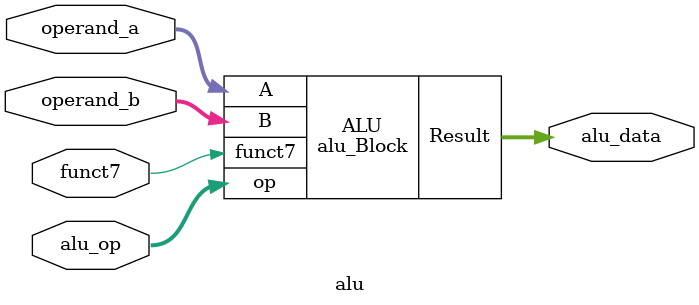
<source format=sv>
`timescale 1ns/1ps

module FullAdder (
    input logic A,
    input logic B,
    input logic Z,
    output logic S,
    output logic Cout
);
    assign S = A ^ B ^ Z;
    assign Cout = (A & B) | (Z & (A ^ B));
endmodule

module Adder (
    input logic [31:0] A,
    input logic [31:0] B,
    input logic C_in,
    output logic [31:0] Sum,
	 output logic C
);
    logic [32:0] carry;
    assign carry[0] = C_in;

    generate
        genvar i;
        for (i = 0; i < 32; i = i + 1) begin : adder_loop
            FullAdder full_adder (
                .A(A[i]),
                .B(B[i]),
                .Z(carry[i]),
                .S(Sum[i]),
                .Cout(carry[i+1])
            );
        end
    endgenerate
	
endmodule

module AddSub (
    input logic [31:0] A,
    input logic [31:0] B,
    input logic sel,
    output logic [31:0] D0
);
    logic [31:0] B_mux;
    assign B_mux = sel ? ~B : B;

    Adder adder_inst (
        .A(A),
        .B(B_mux),
        .C_in(sel),
        .Sum(D0)
    );
endmodule
module shift_left (
    input logic [31:0] A,
    input logic [4:0] B,
    output logic [31:0] S
);
    assign S = A << B;
endmodule

module SLL (
    input logic [31:0] A,
    input logic [4:0] B,
    output logic [31:0] D1
);
    
    shift_left block (
        .A(A),
        .B(B),
        .S(D1)
    );   
endmodule

module Complement_2 (
    input logic [31:0] A,
    input logic [31:0] B,
    output logic [31:0] A1,
    output logic [31:0] B1
);
    assign A1 = ~A + 32'b1;
    assign B1 = ~B + 32'b1;
endmodule

module SLT (
    input logic [31:0] A,
    input logic [31:0] B,
    output logic [31:0] D2
);
    logic [31:0] A1, B1;
    
    Complement_2 A1_B1 (
        .A(A),
        .B(B),
        .A1(A1),
        .B1(B1)
    );

    logic [1:0] AB;
    assign AB = {A[31], B[31]};

    always_comb begin
        case (AB)
            2'b00: D2 = (A < B) ? 32'b1 : 32'b0; 
            2'b01: D2 = 32'b0; 
            2'b10: D2 = 32'b1;
            2'b11: D2 = (A1 > B1) ? 32'b1 : 32'b0;
        endcase
    end
endmodule

module SLTU (
    input logic [31:0] A,
    input logic [31:0] B,
    output logic [31:0] D3
);
    assign D3 = (A < B) ? 32'b1 : 32'b0;
endmodule
module XOR_Block (
    input logic [31:0] A,
    input logic [31:0] B,
    output logic [31:0] D4
);
    assign D4 =  A ^ B;
endmodule
module SRL (
    input logic [31:0] A,
    input logic [31:0] B,
    output logic [31:0] S
);
    assign S = A >> B[4:0];
endmodule
module SRA (
    input logic [31:0] A,
    input logic [31:0] B,
    output logic [31:0] S
);
    logic [31:0] S1;
    assign S1 = A >> B[4:0];
	 
    logic [31:0] _32bit1 = 8'hFFFFFFFF; // 32 bit 1 
    logic [4:0] Mask1;
    assign Mask1 = 32 - B[4:0];
	 
    logic [31:0] Mask;
    assign Mask = _32bit1 << Mask1; 
	 
    logic A_sign;
    assign A_sign = A[31];

    always_comb begin
        case (A_sign)
            1'b0: S = S1; // giữ nguyên bit dấu
            1'b1: S = S1 | Mask;
        endcase
    end
endmodule
module SRL_SRA (
    input logic [31:0] A,
    input logic [31:0] B,
	 input logic  sel,
    output logic [31:0] D5
);
	logic [31:0] S0,S1;
    SRL SRL_block (
        .A(A),
        .B(B),
        .S(S0)
    );
	 SRA SRA_block (
        .A(A),
        .B(B),
        .S(S1)
    );
	 always_comb begin
        case (sel)
            1'b0: D5 = S0;
            1'b1: D5 = S1;   
        endcase
    end
endmodule

module OR_Block (
    input logic [31:0] A,
    input logic [31:0] B,
    output logic [31:0] D6
);
    assign D6 =  A | B;
endmodule
module AND_Block (
    input logic [31:0] A,
    input logic [31:0] B,
    output logic [31:0] D7
);
    assign D7 =  A & B;
endmodule


module MUX_block (
    input logic [31:0] D0, D1, D2, D3, D4, D5, D6, D7,
    input logic [2:0] Sel,  // 3-bit selection input
    input logic rst_n,
    output logic [31:0] Out
);
    always_comb begin
        if (~rst_n) begin
            Out = 5'b00000; // Reset Result to 0 when rst_n is low
        end else begin
            case (Sel)
                3'b000: Out = D0;
                3'b001: Out = D1;
                3'b010: Out = D2;
                3'b011: Out = D3;
                3'b100: Out = D4;
                3'b101: Out = D5;
                3'b110: Out = D6;
                3'b111: Out = D7;
                default: Out = 5'b00000;  // Default case to avoid latches
            endcase
        end
    end
endmodule

module alu_Block (
    input logic funct7,
    input logic [31:0] A,
    input logic [31:0] B,
    input logic [2:0] op,  // 3-bit operation code
    output logic [31:0] Result
);
    logic [31:0] D0, D1, D2, D3, D4, D5, D6, D7;
	MUX_block MUX_Sel (
        .D0(D0),
        .D1(D1),
        .D2(D2),
        .D3(D3),
        .D4(D4),
        .D5(D5),
        .D6(D6),
        .D7(D7),
        .Sel(op),
        .rst_n(rst_n),
        .Out(Result)
    );
    AddSub D0_in (
        .A(A),
        .B(B),
		  .sel(funct7),
        .D0(D0)
    );

    SLL D1_in (
        .A(A),
        .B(B),
        .D1(D1)
    );

     SLT D2_in (
        .A(A),
        .B(B),
        .D2(D2)
    );
     SLTU D3_in (
        .A(A),
        .B(B),
        .D3(D3)
    );
     XOR_Block D4_in (
        .A(A),
        .B(B),
        .D4(D4)
    );  
	 SRL_SRA D5_in (
        .A(A),
        .B(B),
		  .sel(funct7),
        .D5(D5)
    ); 
     OR_Block D6_in (
        .A(A),
        .B(B),
        .D6(D6)
    ); 
	      AND_Block D7_in (
        .A(A),
        .B(B),
        .D7(D7)
    ); 
endmodule
module alu (
    input logic funct7,
    input logic [2:0] alu_op,
    input logic [31:0] operand_a, operand_b,
    output logic [31:0] alu_data
); 
    alu_Block ALU (
        .op(alu_op),
        .funct7(funct7),
        .A(operand_a),
        .B(operand_b),
        .Result(alu_data)
    );
endmodule
</source>
